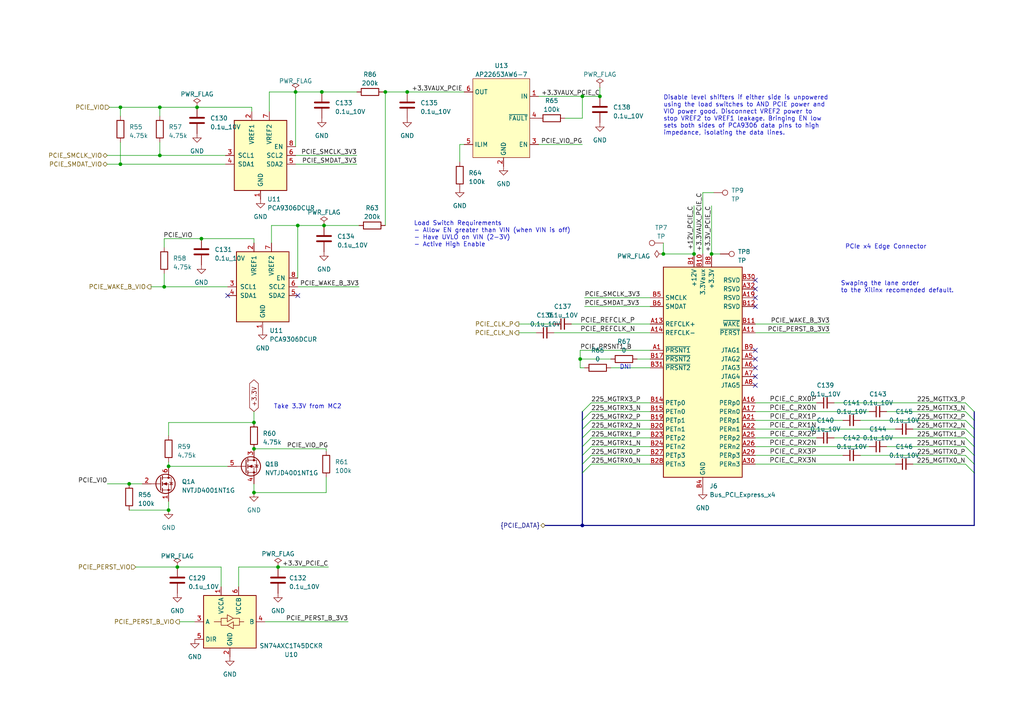
<source format=kicad_sch>
(kicad_sch (version 20230121) (generator eeschema)
  (paper "A4")
  (bus_alias "PCIE_DATA" (members "225_MGTTX0_P" "225_MGTTX0_N" "225_MGTTX1_P" "225_MGTTX1_N" "225_MGTTX2_P" "225_MGTTX2_N" "225_MGTTX3_P" "225_MGTTX3_N" "225_MGTRX0_P" "225_MGTRX0_N" "225_MGTRX1_P" "225_MGTRX1_N" "225_MGTRX2_P" "225_MGTRX2_N" "225_MGTRX3_P" "225_MGTRX3_N"))
  (junction (at 93.98 65.405))
  (junction (at 192.405 73.66))
  (junction (at 34.925 31.115))
  (junction (at 48.895 147.955))
  (junction (at 173.99 27.94))
  (junction (at 118.11 26.67))
  (junction (at 48.895 135.255))
  (junction (at 46.355 45.085))
  (junction (at 73.66 130.175))
  (junction (at 168.275 104.14))
  (junction (at 58.42 69.215))
  (junction (at 51.435 164.465))
  (junction (at 93.345 26.67))
  (junction (at 37.465 140.335))
  (junction (at 206.375 73.66))
  (junction (at 168.91 27.94))
  (junction (at 47.625 83.185))
  (junction (at 85.725 26.67))
  (junction (at 86.36 65.405))
  (junction (at 201.295 73.66))
  (junction (at 111.76 26.67))
  (junction (at 34.925 47.625))
  (junction (at 73.66 122.555))
  (junction (at 73.66 142.875))
  (junction (at 80.645 164.465))
  (junction (at 46.355 31.115))
  (junction (at 57.15 31.115))
  (junction (at 168.91 152.4))
  (no_connect (at 219.075 106.68))
  (no_connect (at 86.36 85.725))
  (no_connect (at 219.075 109.22))
  (no_connect (at 66.04 85.725))
  (no_connect (at 219.075 104.14))
  (no_connect (at 219.075 111.76))
  (no_connect (at 219.075 88.9))
  (no_connect (at 219.075 81.28))
  (no_connect (at 219.075 86.36))
  (no_connect (at 219.075 83.82))
  (no_connect (at 219.075 101.6))
  (bus_entry (at 280.035 129.54) (size 2.54 2.54))
  (bus_entry (at 280.035 124.46) (size 2.54 2.54))
  (bus_entry (at 168.91 132.08) (size 2.54 -2.54))
  (bus_entry (at 168.91 124.46) (size 2.54 -2.54))
  (bus_entry (at 280.035 127) (size 2.54 2.54))
  (bus_entry (at 280.035 116.84) (size 2.54 2.54))
  (bus_entry (at 280.035 121.92) (size 2.54 2.54))
  (bus_entry (at 280.035 132.08) (size 2.54 2.54))
  (bus_entry (at 280.035 119.38) (size 2.54 2.54))
  (bus_entry (at 168.91 134.62) (size 2.54 -2.54))
  (bus_entry (at 168.91 137.16) (size 2.54 -2.54))
  (bus_entry (at 280.035 134.62) (size 2.54 2.54))
  (bus_entry (at 168.91 121.92) (size 2.54 -2.54))
  (bus_entry (at 168.91 127) (size 2.54 -2.54))
  (bus_entry (at 168.91 129.54) (size 2.54 -2.54))
  (bus_entry (at 168.91 119.38) (size 2.54 -2.54))
  (bus (pts (xy 282.575 134.62) (xy 282.575 137.16)))
  (wire (pts (xy 58.42 69.215) (xy 73.66 69.215)))
  (bus (pts (xy 168.91 121.92) (xy 168.91 124.46)))
  (wire (pts (xy 64.135 164.465) (xy 64.135 170.18)))
  (wire (pts (xy 31.115 140.335) (xy 37.465 140.335)))
  (wire (pts (xy 219.075 96.52) (xy 240.665 96.52)))
  (wire (pts (xy 46.355 31.115) (xy 57.15 31.115)))
  (wire (pts (xy 78.74 65.405) (xy 86.36 65.405)))
  (bus (pts (xy 282.575 129.54) (xy 282.575 132.08)))
  (bus (pts (xy 168.91 132.08) (xy 168.91 134.62)))
  (wire (pts (xy 111.76 26.67) (xy 118.11 26.67)))
  (wire (pts (xy 219.075 129.54) (xy 252.095 129.54)))
  (wire (pts (xy 78.105 26.67) (xy 85.725 26.67)))
  (wire (pts (xy 95.25 164.465) (xy 80.645 164.465)))
  (wire (pts (xy 78.74 70.485) (xy 78.74 65.405)))
  (wire (pts (xy 160.655 96.52) (xy 188.595 96.52)))
  (wire (pts (xy 219.075 93.98) (xy 240.665 93.98)))
  (wire (pts (xy 171.45 119.38) (xy 188.595 119.38)))
  (wire (pts (xy 168.275 106.68) (xy 168.275 104.14)))
  (wire (pts (xy 69.215 164.465) (xy 69.215 170.18)))
  (wire (pts (xy 177.165 104.14) (xy 168.275 104.14)))
  (bus (pts (xy 168.91 119.38) (xy 168.91 121.92)))
  (wire (pts (xy 171.45 129.54) (xy 188.595 129.54)))
  (wire (pts (xy 249.555 132.08) (xy 280.035 132.08)))
  (wire (pts (xy 192.405 73.66) (xy 201.295 73.66)))
  (wire (pts (xy 184.785 104.14) (xy 188.595 104.14)))
  (wire (pts (xy 241.935 127) (xy 280.035 127)))
  (wire (pts (xy 219.075 124.46) (xy 259.715 124.46)))
  (wire (pts (xy 192.405 70.485) (xy 192.405 73.66)))
  (bus (pts (xy 168.91 124.46) (xy 168.91 127)))
  (bus (pts (xy 168.91 137.16) (xy 168.91 152.4)))
  (wire (pts (xy 73.025 31.115) (xy 73.025 32.385)))
  (wire (pts (xy 51.435 164.465) (xy 64.135 164.465)))
  (wire (pts (xy 219.075 119.38) (xy 252.095 119.38)))
  (wire (pts (xy 37.465 147.955) (xy 48.895 147.955)))
  (bus (pts (xy 168.91 127) (xy 168.91 129.54)))
  (wire (pts (xy 86.36 83.185) (xy 104.14 83.185)))
  (wire (pts (xy 133.35 46.99) (xy 133.35 41.91)))
  (wire (pts (xy 219.075 121.92) (xy 244.475 121.92)))
  (wire (pts (xy 206.375 73.66) (xy 208.915 73.66)))
  (wire (pts (xy 43.815 83.185) (xy 47.625 83.185)))
  (wire (pts (xy 31.115 47.625) (xy 34.925 47.625)))
  (wire (pts (xy 47.625 79.375) (xy 47.625 83.185)))
  (wire (pts (xy 47.625 69.215) (xy 58.42 69.215)))
  (wire (pts (xy 73.66 130.175) (xy 94.615 130.175)))
  (wire (pts (xy 94.615 142.875) (xy 73.66 142.875)))
  (bus (pts (xy 158.115 152.4) (xy 168.91 152.4)))
  (bus (pts (xy 168.91 134.62) (xy 168.91 137.16)))
  (wire (pts (xy 48.895 122.555) (xy 73.66 122.555)))
  (wire (pts (xy 34.925 41.275) (xy 34.925 47.625)))
  (wire (pts (xy 169.545 106.68) (xy 168.275 106.68)))
  (wire (pts (xy 85.725 26.67) (xy 85.725 42.545)))
  (wire (pts (xy 48.895 145.415) (xy 48.895 147.955)))
  (wire (pts (xy 34.925 33.655) (xy 34.925 31.115)))
  (wire (pts (xy 94.615 130.175) (xy 94.615 130.81)))
  (bus (pts (xy 282.575 121.92) (xy 282.575 124.46)))
  (wire (pts (xy 203.835 55.88) (xy 203.835 73.66)))
  (wire (pts (xy 241.935 116.84) (xy 280.035 116.84)))
  (wire (pts (xy 52.07 180.34) (xy 56.515 180.34)))
  (wire (pts (xy 46.355 45.085) (xy 65.405 45.085)))
  (wire (pts (xy 171.45 124.46) (xy 188.595 124.46)))
  (wire (pts (xy 94.615 138.43) (xy 94.615 142.875)))
  (wire (pts (xy 86.36 65.405) (xy 86.36 80.645)))
  (wire (pts (xy 86.36 65.405) (xy 93.98 65.405)))
  (wire (pts (xy 31.75 31.115) (xy 34.925 31.115)))
  (wire (pts (xy 168.275 104.14) (xy 168.275 101.6)))
  (wire (pts (xy 169.545 88.9) (xy 188.595 88.9)))
  (wire (pts (xy 93.98 65.405) (xy 104.14 65.405)))
  (wire (pts (xy 257.175 129.54) (xy 280.035 129.54)))
  (wire (pts (xy 171.45 134.62) (xy 188.595 134.62)))
  (wire (pts (xy 171.45 132.08) (xy 188.595 132.08)))
  (wire (pts (xy 168.91 27.94) (xy 173.99 27.94)))
  (wire (pts (xy 111.76 26.67) (xy 111.76 65.405)))
  (wire (pts (xy 85.725 47.625) (xy 103.505 47.625)))
  (wire (pts (xy 257.175 119.38) (xy 280.035 119.38)))
  (wire (pts (xy 47.625 69.215) (xy 47.625 71.755)))
  (wire (pts (xy 171.45 116.84) (xy 188.595 116.84)))
  (wire (pts (xy 168.91 34.29) (xy 168.91 27.94)))
  (wire (pts (xy 73.66 140.335) (xy 73.66 142.875)))
  (wire (pts (xy 201.295 59.69) (xy 201.295 73.66)))
  (wire (pts (xy 48.895 133.985) (xy 48.895 135.255)))
  (wire (pts (xy 264.795 124.46) (xy 280.035 124.46)))
  (wire (pts (xy 249.555 121.92) (xy 280.035 121.92)))
  (wire (pts (xy 73.66 119.38) (xy 73.66 122.555)))
  (wire (pts (xy 177.165 106.68) (xy 188.595 106.68)))
  (wire (pts (xy 34.925 47.625) (xy 65.405 47.625)))
  (wire (pts (xy 163.83 34.29) (xy 168.91 34.29)))
  (wire (pts (xy 203.835 55.88) (xy 207.01 55.88)))
  (wire (pts (xy 80.645 164.465) (xy 69.215 164.465)))
  (wire (pts (xy 156.21 41.91) (xy 168.91 41.91)))
  (wire (pts (xy 219.075 132.08) (xy 244.475 132.08)))
  (wire (pts (xy 171.45 121.92) (xy 188.595 121.92)))
  (wire (pts (xy 85.725 26.67) (xy 93.345 26.67)))
  (wire (pts (xy 37.465 140.335) (xy 41.275 140.335)))
  (wire (pts (xy 219.075 134.62) (xy 259.715 134.62)))
  (bus (pts (xy 282.575 124.46) (xy 282.575 127)))
  (wire (pts (xy 171.45 127) (xy 188.595 127)))
  (wire (pts (xy 46.355 31.115) (xy 46.355 33.655)))
  (wire (pts (xy 219.075 127) (xy 236.855 127)))
  (wire (pts (xy 150.495 93.98) (xy 160.655 93.98)))
  (wire (pts (xy 264.795 134.62) (xy 280.035 134.62)))
  (bus (pts (xy 282.575 132.08) (xy 282.575 134.62)))
  (bus (pts (xy 282.575 119.38) (xy 282.575 121.92)))
  (wire (pts (xy 133.35 41.91) (xy 134.62 41.91)))
  (wire (pts (xy 150.495 96.52) (xy 155.575 96.52)))
  (wire (pts (xy 93.345 26.67) (xy 103.505 26.67)))
  (wire (pts (xy 48.895 135.255) (xy 66.04 135.255)))
  (wire (pts (xy 173.99 25.4) (xy 173.99 27.94)))
  (wire (pts (xy 34.925 31.115) (xy 46.355 31.115)))
  (wire (pts (xy 48.895 126.365) (xy 48.895 122.555)))
  (wire (pts (xy 111.125 26.67) (xy 111.76 26.67)))
  (wire (pts (xy 39.37 164.465) (xy 51.435 164.465)))
  (bus (pts (xy 282.575 137.16) (xy 282.575 152.4)))
  (bus (pts (xy 168.91 152.4) (xy 282.575 152.4)))
  (wire (pts (xy 76.835 180.34) (xy 100.965 180.34)))
  (wire (pts (xy 78.105 32.385) (xy 78.105 26.67)))
  (wire (pts (xy 168.275 101.6) (xy 188.595 101.6)))
  (wire (pts (xy 73.66 69.215) (xy 73.66 70.485)))
  (wire (pts (xy 206.375 59.69) (xy 206.375 73.66)))
  (wire (pts (xy 118.11 26.67) (xy 134.62 26.67)))
  (wire (pts (xy 46.355 41.275) (xy 46.355 45.085)))
  (bus (pts (xy 168.91 129.54) (xy 168.91 132.08)))
  (wire (pts (xy 31.115 45.085) (xy 46.355 45.085)))
  (wire (pts (xy 47.625 83.185) (xy 66.04 83.185)))
  (wire (pts (xy 156.21 27.94) (xy 168.91 27.94)))
  (bus (pts (xy 282.575 127) (xy 282.575 129.54)))
  (wire (pts (xy 165.735 93.98) (xy 188.595 93.98)))
  (wire (pts (xy 219.075 116.84) (xy 236.855 116.84)))
  (wire (pts (xy 85.725 45.085) (xy 103.505 45.085)))
  (wire (pts (xy 57.15 31.115) (xy 73.025 31.115)))
  (wire (pts (xy 169.545 86.36) (xy 188.595 86.36)))
  (text "Swaping the lane order \nto the Xilinx recomended default." (at 243.84 85.09 0) (effects (font (size 1.27 1.27)) (justify left bottom)))
  (text "Disable level shifters if either side is unpowered\nusing the load switches to AND PCIE power and\nVIO power good. Disconnect VREF2 power to\nstop VREF2 to VREF1 leakage. Bringing EN low\nsets both sides of PCA9306 data pins to high\nimpedance, isolating the data lines." (at 192.405 39.37 0) (effects (font (size 1.27 1.27)) (justify left bottom)))
  (text "DNI" (at 179.705 107.315 0) (effects (font (size 1.27 1.27)) (justify left bottom)))
  (text "Load Switch Requirements\n- Allow EN greater than VIN (when VIN is off)\n- Have UVLO on VIN (2-3V)\n- Active High Enable" (at 120.015 71.755 0) (effects (font (size 1.27 1.27)) (justify left bottom)))
  (text "Take 3.3V from MC2" (at 79.375 118.745 0) (effects (font (size 1.27 1.27)) (justify left bottom)))
  (text "PCIe x4 Edge Connector" (at 245.11 72.39 0) (effects (font (size 1.27 1.27)) (justify left bottom)))
  (label "+3.3VAUX_PCIE" (at 119.38 26.67 0))
  (label "PCIE_SMCLK_3V3" (at 103.505 45.085 180))
  (label "225_MGTTX1_N" (at 280.035 129.54 180))
  (label "PCIE_C_RX0P" (at 236.855 116.84 180) (effects (font (size 1.3716 1.3716))))
  (label "PCIE_C_RX1N" (at 236.855 124.46 180) (effects (font (size 1.3716 1.3716))))
  (label "PCIE_PRSNT1_B" (at 168.275 101.6 0))
  (label "225_MGTRX0_P" (at 171.45 132.08 0))
  (label "225_MGTTX0_N" (at 280.035 134.62 180))
  (label "PCIE_WAKE_B_3V3" (at 240.665 93.98 180))
  (label "225_MGTRX2_P" (at 171.45 121.92 0))
  (label "PCIE_VIO_PG" (at 83.185 130.175 0))
  (label "+3.3VAUX_PCIE_C" (at 203.835 55.88 270))
  (label "PCIE_VIO_PG" (at 168.91 41.91 180))
  (label "PCIE_C_RX1P" (at 236.855 121.92 180) (effects (font (size 1.3716 1.3716))))
  (label "PCIE_PERST_B_3V3" (at 240.665 96.52 180))
  (label "PCIE_REFCLK_P" (at 168.275 93.98 0) (effects (font (size 1.3716 1.3716))))
  (label "+12V_PCIE_C" (at 201.295 59.69 270))
  (label "225_MGTRX3_N" (at 171.45 119.38 0))
  (label "PCIE_REFCLK_N" (at 168.275 96.52 0) (effects (font (size 1.3716 1.3716))))
  (label "+3.3VAUX_PCIE_C" (at 173.99 27.94 180))
  (label "PCIE_C_RX2P" (at 236.855 127 180) (effects (font (size 1.3716 1.3716))))
  (label "225_MGTTX3_N" (at 280.035 119.38 180))
  (label "225_MGTTX2_P" (at 280.035 121.92 180))
  (label "PCIE_SMDAT_3V3" (at 169.545 88.9 0))
  (label "225_MGTRX1_P" (at 171.45 127 0))
  (label "+3.3V_PCIE_C" (at 95.25 164.465 180))
  (label "PCIE_C_RX3N" (at 236.855 134.62 180) (effects (font (size 1.3716 1.3716))))
  (label "PCIE_C_RX0N" (at 236.855 119.38 180) (effects (font (size 1.3716 1.3716))))
  (label "225_MGTRX0_N" (at 171.45 134.62 0))
  (label "225_MGTRX2_N" (at 171.45 124.46 0))
  (label "PCIE_WAKE_B_3V3" (at 104.14 83.185 180))
  (label "PCIE_C_RX3P" (at 236.855 132.08 180) (effects (font (size 1.3716 1.3716))))
  (label "225_MGTTX2_N" (at 280.035 124.46 180))
  (label "PCIE_VIO" (at 55.88 69.215 180))
  (label "225_MGTTX3_P" (at 280.035 116.84 180))
  (label "225_MGTTX1_P" (at 280.035 127 180))
  (label "PCIE_PERST_B_3V3" (at 100.965 180.34 180))
  (label "225_MGTRX3_P" (at 171.45 116.84 0))
  (label "225_MGTRX1_N" (at 171.45 129.54 0))
  (label "225_MGTTX0_P" (at 280.035 132.08 180))
  (label "+3.3V_PCIE_C" (at 206.375 59.69 270))
  (label "PCIE_C_RX2N" (at 236.855 129.54 180) (effects (font (size 1.3716 1.3716))))
  (label "PCIE_VIO" (at 31.115 140.335 180))
  (label "PCIE_SMCLK_3V3" (at 169.545 86.36 0))
  (label "PCIE_SMDAT_3V3" (at 103.505 47.625 180))
  (global_label "+3.3V" (shape bidirectional) (at 73.66 119.38 90) (property "Intersheetrefs" "${INTERSHEET_REFS}" (effects hide)))
  (hierarchical_label "PCIE_CLK_N" (shape output) (at 150.495 96.52 180))
  (hierarchical_label "PCIE_SMCLK_VIO" (shape bidirectional) (at 31.115 45.085 180))
  (hierarchical_label "PCIE_CLK_P" (shape output) (at 150.495 93.98 180))
  (hierarchical_label "{PCIE_DATA}" (shape bidirectional) (at 158.115 152.4 180))
  (hierarchical_label "PCIE_PERST_VIO" (shape input) (at 39.37 164.465 180))
  (hierarchical_label "PCIE_PERST_B_VIO" (shape output) (at 52.07 180.34 180))
  (hierarchical_label "PCIE_WAKE_B_VIO" (shape output) (at 43.815 83.185 180))
  (hierarchical_label "PCIE_VIO" (shape input) (at 31.75 31.115 180))
  (hierarchical_label "PCIE_SMDAT_VIO" (shape bidirectional) (at 31.115 47.625 180))
  (symbol (lib_id "Device:C") (at 80.645 168.275 0) (unit 1)
    (property "Reference" "C132" (at 83.82 167.64 0) (effects (justify left)))
    (property "Value" "0.1u_10V" (at 83.82 170.18 0) (effects (justify left)))
    (property "Footprint" "Capacitor_SMD:C_0402_1005Metric" (effects hide))
    (property "Datasheet" "https://www.mouser.fr/ProductDetail/KEMET/C0402C104K8RAC7411?qs=jI8Gez59nxLW91z1FcDfhw%3D%3D" (effects hide))
    (property "Description" "    Multilayer Ceramic Capacitors MLCC - SMD/SMT 10V 0.1uF X7R 0402 10% " (effects hide))
    (property "Man" "Kemet" (effects hide))
    (property "Part" " C0402C104K8RAC7411 " (effects hide))
    (property "Unitprice" "0.094" (effects hide))
    (property "Dis" " Mouser" (effects hide))
    (instances (project "DACs_Eval" (path "" (reference "C132") (unit 1))) (project "Bread" (path "" (reference "C18") (unit 1))) (project "Bread70" (path "" (reference "C3") (unit 1))))
  )
  (symbol (lib_id "Device:C_Small") (at 254.635 119.38 90) (unit 1)
    (property "Reference" "C143" (at 254.6413 114.3 90))
    (property "Value" "0.1u_10V" (at 254.6413 116.84 90))
    (property "Footprint" "Capacitor_SMD:C_0402_1005Metric" (effects hide))
    (property "Datasheet" "https://www.mouser.fr/ProductDetail/KEMET/C0402C104K8RAC7411?qs=jI8Gez59nxLW91z1FcDfhw%3D%3D" (effects hide))
    (property "Part" " C0402C104K8RAC7411 " (effects hide))
    (property "Description" "    Multilayer Ceramic Capacitors MLCC - SMD/SMT 10V 0.1uF X7R 0402 10% " (effects hide))
    (property "Man" "Kemet" (effects hide))
    (property "Unitprice" "0.094" (effects hide))
    (property "Dis" " Mouser" (effects hide))
    (instances (project "DACs_Eval" (path "" (reference "C143") (unit 1))) (project "Bread" (path "" (reference "C182") (unit 1))) (project "Bread70" (path "" (reference "C16") (unit 1))))
  )
  (symbol (lib_id "Device:C_Small") (at 158.115 96.52 90) (unit 1)
    (property "Reference" "C136" (at 158.1213 91.44 90))
    (property "Value" "0.1u_10V" (at 158.1213 93.98 90))
    (property "Footprint" "Capacitor_SMD:C_0402_1005Metric" (effects hide))
    (property "Datasheet" "https://www.mouser.fr/ProductDetail/KEMET/C0402C104K8RAC7411?qs=jI8Gez59nxLW91z1FcDfhw%3D%3D" (effects hide))
    (property "Part" " C0402C104K8RAC7411 " (effects hide))
    (property "Description" "    Multilayer Ceramic Capacitors MLCC - SMD/SMT 10V 0.1uF X7R 0402 10% " (effects hide))
    (property "Man" "Kemet" (effects hide))
    (property "Unitprice" "0.094" (effects hide))
    (property "Dis" " Mouser" (effects hide))
    (instances (project "DACs_Eval" (path "" (reference "C136") (unit 1))) (project "Bread" (path "" (reference "C175") (unit 1))) (project "Bread70" (path "" (reference "C10") (unit 1))))
  )
  (symbol (lib_id "power:GND") (at 51.435 172.085 0) (unit 1)
    (property "Reference" "#PWR078" (effects hide))
    (property "Value" "GND" (at 51.435 177.165 0))
    (instances (project "DACs_Eval" (path "" (reference "#PWR078") (unit 1))) (project "Bread" (path "" (reference "#PWR03") (unit 1))) (project "Bread70" (path "" (reference "#PWR010") (unit 1))))
  )
  (symbol (lib_id "power:GND") (at 133.35 54.61 0) (unit 1)
    (property "Reference" "#PWR090" (effects hide))
    (property "Value" "GND" (at 133.35 59.69 0))
    (instances (project "DACs_Eval" (path "" (reference "#PWR090") (unit 1))) (project "Bread" (path "" (reference "#PWR034") (unit 1))) (project "Bread70" (path "" (reference "#PWR022") (unit 1))))
  )
  (symbol (lib_id "power:GND") (at 76.2 95.885 0) (unit 1)
    (property "Reference" "#PWR084" (effects hide))
    (property "Value" "GND" (at 76.2 100.965 0))
    (instances (project "DACs_Eval" (path "" (reference "#PWR084") (unit 1))) (project "Bread" (path "" (reference "#PWR010") (unit 1))) (project "Bread70" (path "" (reference "#PWR018") (unit 1))))
  )
  (symbol (lib_id "Device:C_Small") (at 254.635 129.54 90) (unit 1)
    (property "Reference" "C144" (at 254.6413 124.46 90))
    (property "Value" "0.1u_10V" (at 254.6413 127 90))
    (property "Footprint" "Capacitor_SMD:C_0402_1005Metric" (effects hide))
    (property "Datasheet" "https://www.mouser.fr/ProductDetail/KEMET/C0402C104K8RAC7411?qs=jI8Gez59nxLW91z1FcDfhw%3D%3D" (effects hide))
    (property "Part" " C0402C104K8RAC7411 " (effects hide))
    (property "Description" "    Multilayer Ceramic Capacitors MLCC - SMD/SMT 10V 0.1uF X7R 0402 10% " (effects hide))
    (property "Man" "Kemet" (effects hide))
    (property "Unitprice" "0.094" (effects hide))
    (property "Dis" " Mouser" (effects hide))
    (instances (project "DACs_Eval" (path "" (reference "C144") (unit 1))) (project "Bread" (path "" (reference "C183") (unit 1))) (project "Bread70" (path "" (reference "C17") (unit 1))))
  )
  (symbol (lib_id "power:GND") (at 80.645 172.085 0) (unit 1)
    (property "Reference" "#PWR086" (effects hide))
    (property "Value" "GND" (at 80.645 177.165 0))
    (instances (project "DACs_Eval" (path "" (reference "#PWR086") (unit 1))) (project "Bread" (path "" (reference "#PWR012") (unit 1))) (project "Bread70" (path "" (reference "#PWR014") (unit 1))))
  )
  (symbol (lib_id "Device:R") (at 94.615 134.62 0) (unit 1)
    (property "Reference" "R61" (at 97.155 133.985 0) (effects (justify left)))
    (property "Value" "100k" (at 97.155 136.525 0) (effects (justify left)))
    (property "Footprint" "Resistor_SMD:R_0402_1005Metric" (effects hide))
    (property "Datasheet" " https://www.mouser.fr/ProductDetail/Vishay-Dale/CRCW0402100KFKED?qs=OlqPY1CiralZGKRwQ4Glcg%3D%3D" (effects hide))
    (property "Description" "  Thick Film Resistors - SMD 1/16watt 100Kohms 1%" (effects hide))
    (property "Man" "  Vishay / Dale " (effects hide))
    (property "Part" " CRCW0402100KFKED " (effects hide))
    (property "Unitprice" " 0.094" (effects hide))
    (property "Dis" "Mouser" (effects hide))
    (instances (project "DACs_Eval" (path "" (reference "R61") (unit 1))) (project "Bread" (path "" (reference "R55") (unit 1))) (project "Bread70" (path "" (reference "R8") (unit 1))))
  )
  (symbol (lib_id "Device:C_Small") (at 247.015 121.92 90) (unit 1)
    (property "Reference" "C141" (at 247.0213 116.84 90))
    (property "Value" "0.1u_10V" (at 247.0213 119.38 90))
    (property "Footprint" "Capacitor_SMD:C_0402_1005Metric" (effects hide))
    (property "Datasheet" "https://www.mouser.fr/ProductDetail/KEMET/C0402C104K8RAC7411?qs=jI8Gez59nxLW91z1FcDfhw%3D%3D" (effects hide))
    (property "Part" " C0402C104K8RAC7411 " (effects hide))
    (property "Description" "    Multilayer Ceramic Capacitors MLCC - SMD/SMT 10V 0.1uF X7R 0402 10% " (effects hide))
    (property "Man" "Kemet" (effects hide))
    (property "Unitprice" "0.094" (effects hide))
    (property "Dis" " Mouser" (effects hide))
    (instances (project "DACs_Eval" (path "" (reference "C141") (unit 1))) (project "Bread" (path "" (reference "C180") (unit 1))) (project "Bread70" (path "" (reference "C14") (unit 1))))
  )
  (symbol (lib_id "power:GND") (at 173.99 35.56 0) (unit 1)
    (property "Reference" "#PWR092" (effects hide))
    (property "Value" "GND" (at 173.99 40.64 0))
    (instances (project "DACs_Eval" (path "" (reference "#PWR092") (unit 1))) (project "Bread" (path "" (reference "#PWR036") (unit 1))) (project "Bread70" (path "" (reference "#PWR024") (unit 1))))
  )
  (symbol (lib_id "power:PWR_FLAG") (at 173.99 25.4 0) (unit 1)
    (property "Reference" "#FLG021" (effects hide))
    (property "Value" "PWR_FLAG" (at 173.99 21.59 0))
    (instances (project "DACs_Eval" (path "" (reference "#FLG021") (unit 1))) (project "Bread" (path "" (reference "#FLG06") (unit 1))) (project "Bread70" (path "" (reference "#FLG07") (unit 1))))
  )
  (symbol (lib_id "power:PWR_FLAG") (at 192.405 73.66 90) (unit 1)
    (property "Reference" "#FLG018" (effects hide))
    (property "Value" "PWR_FLAG" (at 188.595 74.295 90) (effects (justify left)))
    (instances (project "DACs_Eval" (path "" (reference "#FLG018") (unit 1))) (project "Bread" (path "" (reference "#FLG07") (unit 1))) (project "Bread70" (path "" (reference "#FLG08") (unit 1))))
  )
  (symbol (lib_id "Device:R") (at 160.02 34.29 90) (unit 1)
    (property "Reference" "R65" (at 160.02 29.21 90))
    (property "Value" "100k" (at 160.02 31.75 90))
    (property "Footprint" "Resistor_SMD:R_0402_1005Metric" (effects hide))
    (property "Datasheet" " https://www.mouser.fr/ProductDetail/Vishay-Dale/CRCW0402100KFKED?qs=OlqPY1CiralZGKRwQ4Glcg%3D%3D" (effects hide))
    (property "Description" "  Thick Film Resistors - SMD 1/16watt 100Kohms 1%" (effects hide))
    (property "Man" "  Vishay / Dale " (effects hide))
    (property "Part" " CRCW0402100KFKED " (effects hide))
    (property "Unitprice" " 0.094" (effects hide))
    (property "Dis" "Mouser" (effects hide))
    (instances (project "DACs_Eval" (path "" (reference "R65") (unit 1))) (project "Bread" (path "" (reference "R59") (unit 1))) (project "Bread70" (path "" (reference "R15") (unit 1))))
  )
  (symbol (lib_id "power:PWR_FLAG") (at 85.725 26.67 0) (unit 1)
    (property "Reference" "#FLG020" (effects hide))
    (property "Value" "PWR_FLAG" (at 85.725 23.495 0))
    (instances (project "DACs_Eval" (path "" (reference "#FLG020") (unit 1))) (project "Bread" (path "" (reference "#FLG04") (unit 1))) (project "Bread70" (path "" (reference "#FLG05") (unit 1))))
  )
  (symbol (lib_id "Interface:PCA9306") (at 75.565 45.085 0) (unit 1)
    (property "Reference" "U11" (at 77.5209 57.785 0) (effects (justify left)))
    (property "Value" "PCA9306DCUR" (at 77.5209 60.325 0) (effects (justify left)))
    (property "Footprint" "Package_SO:VSSOP-8_2.4x2.1mm_P0.5mm" (effects hide))
    (property "Datasheet" "http://www.ti.com/lit/ds/symlink/pca9306.pdf" (effects hide))
    (property "Part" "PCA9306DCUR" (effects hide))
    (property "Dis" "Digikey" (effects hide))
    (property "Description" " Voltage Level Translator Bidirectional 1 Circuit 2 Channel 8-VSSOP" (effects hide))
    (property "Unitprice" "0.8" (effects hide))
    (property "Man" "TI" (effects hide))
    (instances (project "DACs_Eval" (path "" (reference "U11") (unit 1))) (project "Bread" (path "" (reference "U4") (unit 1))) (project "Bread70" (path "" (reference "U2") (unit 1))))
  )
  (symbol (lib_id "Device:C") (at 173.99 31.75 0) (unit 1)
    (property "Reference" "C138" (at 177.8 31.115 0) (effects (justify left)))
    (property "Value" "0.1u_10V" (at 177.8 33.655 0) (effects (justify left)))
    (property "Footprint" "Capacitor_SMD:C_0402_1005Metric" (effects hide))
    (property "Datasheet" "https://www.mouser.fr/ProductDetail/KEMET/C0402C104K8RAC7411?qs=jI8Gez59nxLW91z1FcDfhw%3D%3D" (effects hide))
    (property "Description" "    Multilayer Ceramic Capacitors MLCC - SMD/SMT 10V 0.1uF X7R 0402 10% " (effects hide))
    (property "Man" "Kemet" (effects hide))
    (property "Part" " C0402C104K8RAC7411 " (effects hide))
    (property "Unitprice" "0.094" (effects hide))
    (property "Dis" " Mouser" (effects hide))
    (instances (project "DACs_Eval" (path "" (reference "C138") (unit 1))) (project "Bread" (path "" (reference "C177") (unit 1))) (project "Bread70" (path "" (reference "C9") (unit 1))))
  )
  (symbol (lib_id "power:GND") (at 93.98 73.025 0) (unit 1)
    (property "Reference" "#PWR088" (effects hide))
    (property "Value" "GND" (at 93.98 78.105 0))
    (instances (project "DACs_Eval" (path "" (reference "#PWR088") (unit 1))) (project "Bread" (path "" (reference "#PWR032") (unit 1))) (project "Bread70" (path "" (reference "#PWR020") (unit 1))))
  )
  (symbol (lib_id "Veriqloud:AP22653AW6-7") (at 146.05 34.29 0) (unit 1)
    (property "Reference" "U13" (at 145.415 19.05 0))
    (property "Value" "AP22653AW6-7" (at 145.415 21.59 0))
    (property "Footprint" "Package_TO_SOT_SMD:SOT-23-6" (effects hide))
    (property "Datasheet" "https://www.diodes.com/assets/Datasheets/AP22652_53_52A_53A.pdf" (effects hide))
    (property "Dis" "Digikey" (effects hide))
    (property "Part" "AP22653AW6-7" (effects hide))
    (property "Description" " Power Switch/Driver 1:1 N-Channel 2.1A SOT-26" (effects hide))
    (property "Unitprice" "0.41" (effects hide))
    (property "Man" " Diodes Incorporated" (effects hide))
    (instances (project "DACs_Eval" (path "" (reference "U13") (unit 1))) (project "Bread" (path "" (reference "U9") (unit 1))) (project "Bread70" (path "" (reference "U4") (unit 1))))
  )
  (symbol (lib_id "Connector:Bus_PCI_Express_x4") (at 203.835 109.22 0) (unit 1)
    (property "Reference" "J6" (at 205.7909 140.97 0) (effects (justify left)))
    (property "Value" "Bus_PCI_Express_x4" (at 205.7909 143.51 0) (effects (justify left)))
    (property "Footprint" "Connector_PCBEdge:BUS_PCIexpress_x4" (effects hide))
    (property "Datasheet" "http://www.adt.link/product/R32V4.html" (effects hide))
    (instances (project "DACs_Eval" (path "" (reference "J6") (unit 1))) (project "Bread" (path "" (reference "J1") (unit 1))) (project "Bread70" (path "" (reference "J8") (unit 1))))
  )
  (symbol (lib_id "Device:C") (at 58.42 73.025 0) (unit 1)
    (property "Reference" "C131" (at 62.23 72.39 0) (effects (justify left)))
    (property "Value" "0.1u_10V" (at 62.23 74.93 0) (effects (justify left)))
    (property "Footprint" "Capacitor_SMD:C_0402_1005Metric" (effects hide))
    (property "Datasheet" "https://www.mouser.fr/ProductDetail/KEMET/C0402C104K8RAC7411?qs=jI8Gez59nxLW91z1FcDfhw%3D%3D" (effects hide))
    (property "Description" "    Multilayer Ceramic Capacitors MLCC - SMD/SMT 10V 0.1uF X7R 0402 10% " (effects hide))
    (property "Man" "Kemet" (effects hide))
    (property "Part" " C0402C104K8RAC7411 " (effects hide))
    (property "Unitprice" "0.094" (effects hide))
    (property "Dis" " Mouser" (effects hide))
    (instances (project "DACs_Eval" (path "" (reference "C131") (unit 1))) (project "Bread" (path "" (reference "C16") (unit 1))) (project "Bread70" (path "" (reference "C5") (unit 1))))
  )
  (symbol (lib_id "Connector:TestPoint") (at 192.405 70.485 90) (unit 1)
    (property "Reference" "TP7" (at 191.77 66.04 90))
    (property "Value" "TP" (at 191.77 68.58 90))
    (property "Footprint" "TestPoint:TestPoint_Pad_D1.0mm" (effects hide))
    (instances (project "DACs_Eval" (path "" (reference "TP7") (unit 1))) (project "Bread" (path "" (reference "TP3") (unit 1))) (project "Bread70" (path "" (reference "TP1") (unit 1))))
  )
  (symbol (lib_id "power:GND") (at 73.66 142.875 0) (unit 1)
    (property "Reference" "#PWR085" (effects hide))
    (property "Value" "GND" (at 73.66 147.955 0))
    (instances (project "DACs_Eval" (path "" (reference "#PWR085") (unit 1))) (project "Bread" (path "" (reference "#PWR011") (unit 1))) (project "Bread70" (path "" (reference "#PWR013") (unit 1))))
  )
  (symbol (lib_id "Device:R") (at 47.625 75.565 0) (unit 1)
    (property "Reference" "R58" (at 50.165 74.93 0) (effects (justify left)))
    (property "Value" "4.75k" (at 50.165 77.47 0) (effects (justify left)))
    (property "Footprint" "Resistor_SMD:R_0402_1005Metric" (effects hide))
    (property "Datasheet" "https://www.mouser.fr/ProductDetail/Vishay-Dale/CRCW04024K75FKED?qs=hAuyw6LW%252BLg6XRDNevZTjw%3D%3D" (effects hide))
    (property "Description" "Thick Film Resistors - SMD 1/16watt 4.75Kohms 1%" (effects hide))
    (property "Man" "   Vishay / Dale " (effects hide))
    (property "Part" "CRCW04024K75FKED " (effects hide))
    (property "Unitprice" " 0.094" (effects hide))
    (property "Dis" " Mouser" (effects hide))
    (instances (project "DACs_Eval" (path "" (reference "R58") (unit 1))) (project "Bread" (path "" (reference "R51") (unit 1))) (project "Bread70" (path "" (reference "R11") (unit 1))))
  )
  (symbol (lib_id "Device:C") (at 51.435 168.275 0) (unit 1)
    (property "Reference" "C129" (at 54.61 167.64 0) (effects (justify left)))
    (property "Value" "0.1u_10V" (at 54.61 170.18 0) (effects (justify left)))
    (property "Footprint" "Capacitor_SMD:C_0402_1005Metric" (effects hide))
    (property "Datasheet" "https://www.mouser.fr/ProductDetail/KEMET/C0402C104K8RAC7411?qs=jI8Gez59nxLW91z1FcDfhw%3D%3D" (effects hide))
    (property "Description" "    Multilayer Ceramic Capacitors MLCC - SMD/SMT 10V 0.1uF X7R 0402 10% " (effects hide))
    (property "Man" "Kemet" (effects hide))
    (property "Part" " C0402C104K8RAC7411 " (effects hide))
    (property "Unitprice" "0.094" (effects hide))
    (property "Dis" " Mouser" (effects hide))
    (instances (project "DACs_Eval" (path "" (reference "C129") (unit 1))) (project "Bread" (path "" (reference "C1") (unit 1))) (project "Bread70" (path "" (reference "C2") (unit 1))))
  )
  (symbol (lib_id "power:GND") (at 58.42 76.835 0) (unit 1)
    (property "Reference" "#PWR080" (effects hide))
    (property "Value" "GND" (at 58.42 81.915 0))
    (instances (project "DACs_Eval" (path "" (reference "#PWR080") (unit 1))) (project "Bread" (path "" (reference "#PWR05") (unit 1))) (project "Bread70" (path "" (reference "#PWR016") (unit 1))))
  )
  (symbol (lib_id "Device:C_Small") (at 239.395 116.84 90) (unit 1)
    (property "Reference" "C139" (at 239.4013 111.76 90))
    (property "Value" "0.1u_10V" (at 239.4013 114.3 90))
    (property "Footprint" "Capacitor_SMD:C_0402_1005Metric" (effects hide))
    (property "Datasheet" "https://www.mouser.fr/ProductDetail/KEMET/C0402C104K8RAC7411?qs=jI8Gez59nxLW91z1FcDfhw%3D%3D" (effects hide))
    (property "Part" " C0402C104K8RAC7411 " (effects hide))
    (property "Description" "    Multilayer Ceramic Capacitors MLCC - SMD/SMT 10V 0.1uF X7R 0402 10% " (effects hide))
    (property "Man" "Kemet" (effects hide))
    (property "Unitprice" "0.094" (effects hide))
    (property "Dis" " Mouser" (effects hide))
    (instances (project "DACs_Eval" (path "" (reference "C139") (unit 1))) (project "Bread" (path "" (reference "C178") (unit 1))) (project "Bread70" (path "" (reference "C12") (unit 1))))
  )
  (symbol (lib_id "Device:C") (at 93.98 69.215 0) (unit 1)
    (property "Reference" "C134" (at 97.79 68.58 0) (effects (justify left)))
    (property "Value" "0.1u_10V" (at 97.79 71.12 0) (effects (justify left)))
    (property "Footprint" "Capacitor_SMD:C_0402_1005Metric" (effects hide))
    (property "Datasheet" "https://www.mouser.fr/ProductDetail/KEMET/C0402C104K8RAC7411?qs=jI8Gez59nxLW91z1FcDfhw%3D%3D" (effects hide))
    (property "Description" "    Multilayer Ceramic Capacitors MLCC - SMD/SMT 10V 0.1uF X7R 0402 10% " (effects hide))
    (property "Man" "Kemet" (effects hide))
    (property "Part" " C0402C104K8RAC7411 " (effects hide))
    (property "Unitprice" "0.094" (effects hide))
    (property "Dis" " Mouser" (effects hide))
    (instances (project "DACs_Eval" (path "" (reference "C134") (unit 1))) (project "Bread" (path "" (reference "C173") (unit 1))) (project "Bread70" (path "" (reference "C7") (unit 1))))
  )
  (symbol (lib_id "Device:R") (at 46.355 37.465 0) (unit 1)
    (property "Reference" "R57" (at 48.895 36.83 0) (effects (justify left)))
    (property "Value" "4.75k" (at 48.895 39.37 0) (effects (justify left)))
    (property "Footprint" "Resistor_SMD:R_0402_1005Metric" (effects hide))
    (property "Datasheet" "https://www.mouser.fr/ProductDetail/Vishay-Dale/CRCW04024K75FKED?qs=hAuyw6LW%252BLg6XRDNevZTjw%3D%3D" (effects hide))
    (property "Description" "Thick Film Resistors - SMD 1/16watt 4.75Kohms 1%" (effects hide))
    (property "Man" "   Vishay / Dale " (effects hide))
    (property "Part" "CRCW04024K75FKED " (effects hide))
    (property "Unitprice" " 0.094" (effects hide))
    (property "Dis" " Mouser" (effects hide))
    (instances (project "DACs_Eval" (path "" (reference "R57") (unit 1))) (project "Bread" (path "" (reference "R50") (unit 1))) (project "Bread70" (path "" (reference "R10") (unit 1))))
  )
  (symbol (lib_id "Device:R") (at 37.465 144.145 0) (unit 1)
    (property "Reference" "R56" (at 40.005 143.51 0) (effects (justify left)))
    (property "Value" "100k" (at 40.005 146.05 0) (effects (justify left)))
    (property "Footprint" "Resistor_SMD:R_0402_1005Metric" (effects hide))
    (property "Datasheet" " https://www.mouser.fr/ProductDetail/Vishay-Dale/CRCW0402100KFKED?qs=OlqPY1CiralZGKRwQ4Glcg%3D%3D" (effects hide))
    (property "Description" "  Thick Film Resistors - SMD 1/16watt 100Kohms 1%" (effects hide))
    (property "Man" "  Vishay / Dale " (effects hide))
    (property "Part" " CRCW0402100KFKED " (effects hide))
    (property "Unitprice" " 0.094" (effects hide))
    (property "Dis" "Mouser" (effects hide))
    (instances (project "DACs_Eval" (path "" (reference "R56") (unit 1))) (project "Bread" (path "" (reference "R49") (unit 1))) (project "Bread70" (path "" (reference "R5") (unit 1))))
  )
  (symbol (lib_id "Device:C") (at 57.15 34.925 0) (unit 1)
    (property "Reference" "C130" (at 60.96 34.29 0) (effects (justify left)))
    (property "Value" "0.1u_10V" (at 60.96 36.83 0) (effects (justify left)))
    (property "Footprint" "Capacitor_SMD:C_0402_1005Metric" (effects hide))
    (property "Datasheet" "https://www.mouser.fr/ProductDetail/KEMET/C0402C104K8RAC7411?qs=jI8Gez59nxLW91z1FcDfhw%3D%3D" (effects hide))
    (property "Description" "    Multilayer Ceramic Capacitors MLCC - SMD/SMT 10V 0.1uF X7R 0402 10% " (effects hide))
    (property "Man" "Kemet" (effects hide))
    (property "Part" " C0402C104K8RAC7411 " (effects hide))
    (property "Unitprice" "0.094" (effects hide))
    (property "Dis" " Mouser" (effects hide))
    (instances (project "DACs_Eval" (path "" (reference "C130") (unit 1))) (project "Bread" (path "" (reference "C2") (unit 1))) (project "Bread70" (path "" (reference "C4") (unit 1))))
  )
  (symbol (lib_id "Device:C_Small") (at 247.015 132.08 90) (unit 1)
    (property "Reference" "C142" (at 247.0213 127 90))
    (property "Value" "0.1u_10V" (at 247.0213 129.54 90))
    (property "Footprint" "Capacitor_SMD:C_0402_1005Metric" (effects hide))
    (property "Datasheet" "https://www.mouser.fr/ProductDetail/KEMET/C0402C104K8RAC7411?qs=jI8Gez59nxLW91z1FcDfhw%3D%3D" (effects hide))
    (property "Part" " C0402C104K8RAC7411 " (effects hide))
    (property "Description" "    Multilayer Ceramic Capacitors MLCC - SMD/SMT 10V 0.1uF X7R 0402 10% " (effects hide))
    (property "Man" "Kemet" (effects hide))
    (property "Unitprice" "0.094" (effects hide))
    (property "Dis" " Mouser" (effects hide))
    (instances (project "DACs_Eval" (path "" (reference "C142") (unit 1))) (project "Bread" (path "" (reference "C181") (unit 1))) (project "Bread70" (path "" (reference "C15") (unit 1))))
  )
  (symbol (lib_id "power:GND") (at 57.15 38.735 0) (unit 1)
    (property "Reference" "#PWR079" (effects hide))
    (property "Value" "GND" (at 57.15 43.815 0))
    (instances (project "DACs_Eval" (path "" (reference "#PWR079") (unit 1))) (project "Bread" (path "" (reference "#PWR04") (unit 1))) (project "Bread70" (path "" (reference "#PWR015") (unit 1))))
  )
  (symbol (lib_id "power:PWR_FLAG") (at 93.98 65.405 0) (unit 1)
    (property "Reference" "#FLG024" (effects hide))
    (property "Value" "PWR_FLAG" (at 93.98 61.595 0))
    (instances (project "DACs_Eval" (path "" (reference "#FLG024") (unit 1))) (project "Bread" (path "" (reference "#FLG05") (unit 1))) (project "Bread70" (path "" (reference "#FLG06") (unit 1))))
  )
  (symbol (lib_id "power:GND") (at 146.05 48.26 0) (unit 1)
    (property "Reference" "#PWR091" (effects hide))
    (property "Value" "GND" (at 146.05 53.34 0))
    (instances (project "DACs_Eval" (path "" (reference "#PWR091") (unit 1))) (project "Bread" (path "" (reference "#PWR035") (unit 1))) (project "Bread70" (path "" (reference "#PWR023") (unit 1))))
  )
  (symbol (lib_id "power:GND") (at 56.515 185.42 0) (unit 1)
    (property "Reference" "#PWR081" (effects hide))
    (property "Value" "GND" (at 56.515 190.5 0))
    (instances (project "DACs_Eval" (path "" (reference "#PWR081") (unit 1))) (project "Bread" (path "" (reference "#PWR06") (unit 1))) (project "Bread70" (path "" (reference "#PWR011") (unit 1))))
  )
  (symbol (lib_id "power:GND") (at 203.835 142.24 0) (unit 1)
    (property "Reference" "#PWR093" (effects hide))
    (property "Value" "GND" (at 203.835 147.32 0))
    (instances (project "DACs_Eval" (path "" (reference "#PWR093") (unit 1))) (project "Bread" (path "" (reference "#PWR037") (unit 1))) (project "Bread70" (path "" (reference "#PWR025") (unit 1))))
  )
  (symbol (lib_id "Device:C") (at 93.345 30.48 0) (unit 1)
    (property "Reference" "C133" (at 97.155 29.845 0) (effects (justify left)))
    (property "Value" "0.1u_10V" (at 97.155 32.385 0) (effects (justify left)))
    (property "Footprint" "Capacitor_SMD:C_0402_1005Metric" (effects hide))
    (property "Datasheet" "https://www.mouser.fr/ProductDetail/KEMET/C0402C104K8RAC7411?qs=jI8Gez59nxLW91z1FcDfhw%3D%3D" (effects hide))
    (property "Description" "    Multilayer Ceramic Capacitors MLCC - SMD/SMT 10V 0.1uF X7R 0402 10% " (effects hide))
    (property "Man" "Kemet" (effects hide))
    (property "Part" " C0402C104K8RAC7411 " (effects hide))
    (property "Unitprice" "0.094" (effects hide))
    (property "Dis" " Mouser" (effects hide))
    (instances (project "DACs_Eval" (path "" (reference "C133") (unit 1))) (project "Bread" (path "" (reference "C172") (unit 1))) (project "Bread70" (path "" (reference "C6") (unit 1))))
  )
  (symbol (lib_id "Device:C_Small") (at 163.195 93.98 90) (unit 1)
    (property "Reference" "C137" (at 163.2013 88.9 90))
    (property "Value" "0.1u_10V" (at 163.2013 91.44 90))
    (property "Footprint" "Capacitor_SMD:C_0402_1005Metric" (effects hide))
    (property "Datasheet" "https://www.mouser.fr/ProductDetail/KEMET/C0402C104K8RAC7411?qs=jI8Gez59nxLW91z1FcDfhw%3D%3D" (effects hide))
    (property "Part" " C0402C104K8RAC7411 " (effects hide))
    (property "Description" "    Multilayer Ceramic Capacitors MLCC - SMD/SMT 10V 0.1uF X7R 0402 10% " (effects hide))
    (property "Man" "Kemet" (effects hide))
    (property "Unitprice" "0.094" (effects hide))
    (property "Dis" " Mouser" (effects hide))
    (instances (project "DACs_Eval" (path "" (reference "C137") (unit 1))) (project "Bread" (path "" (reference "C176") (unit 1))) (project "Bread70" (path "" (reference "C11") (unit 1))))
  )
  (symbol (lib_id "Logic_LevelTranslator:SN74LVC1T45DCK") (at 66.675 180.34 0) (unit 1)
    (property "Reference" "U10" (at 84.455 189.865 0))
    (property "Value" "SN74AXC1T45DCKR" (at 84.455 187.325 0))
    (property "Footprint" "Package_TO_SOT_SMD:SOT-363_SC-70-6" (effects hide))
    (property "Datasheet" "https://www.ti.com/lit/ds/symlink/sn74axch1t45.pdf?HQS=dis-dk-null-digikeymode-dsf-pf-null-wwe&ts=1678372888499&ref_url=https%253A%252F%252Fwww.ti.com%252Fgeneral%252Fdocs%252Fsuppproductinfo.tsp%253FdistId%253D10%2526gotoUrl%253Dhttps%253A%252F%252Fwww.ti.com%252Flit%252Fgpn%252Fsn74axch1t45" (effects hide))
    (property "Dis" "Digikey" (effects hide))
    (property "Part" "SN74AXC1T45DCKR" (effects hide))
    (property "Description" "Voltage Level Translator Bidirectional 1 Circuit 1 Channel 500Mbps SC-70-6" (effects hide))
    (property "Unitprice" "0.59" (effects hide))
    (property "Man" "TI" (effects hide))
    (instances (project "DACs_Eval" (path "" (reference "U10") (unit 1))) (project "Bread" (path "" (reference "U1") (unit 1))) (project "Bread70" (path "" (reference "U1") (unit 1))))
  )
  (symbol (lib_id "Connector:TestPoint") (at 207.01 55.88 270) (unit 1)
    (property "Reference" "TP9" (at 212.09 55.245 90) (effects (justify left)))
    (property "Value" "TP" (at 212.09 57.785 90) (effects (justify left)))
    (property "Footprint" "TestPoint:TestPoint_Pad_D1.0mm" (effects hide))
    (instances (project "DACs_Eval" (path "" (reference "TP9") (unit 1))) (project "Bread" (path "" (reference "TP4") (unit 1))) (project "Bread70" (path "" (reference "TP2") (unit 1))))
  )
  (symbol (lib_id "Device:R") (at 34.925 37.465 0) (unit 1)
    (property "Reference" "R55" (at 37.465 36.83 0) (effects (justify left)))
    (property "Value" "4.75k" (at 37.465 39.37 0) (effects (justify left)))
    (property "Footprint" "Resistor_SMD:R_0402_1005Metric" (effects hide))
    (property "Datasheet" "https://www.mouser.fr/ProductDetail/Vishay-Dale/CRCW04024K75FKED?qs=hAuyw6LW%252BLg6XRDNevZTjw%3D%3D" (effects hide))
    (property "Description" "Thick Film Resistors - SMD 1/16watt 4.75Kohms 1%" (effects hide))
    (property "Man" "   Vishay / Dale " (effects hide))
    (property "Part" "CRCW04024K75FKED " (effects hide))
    (property "Unitprice" " 0.094" (effects hide))
    (property "Dis" " Mouser" (effects hide))
    (instances (project "DACs_Eval" (path "" (reference "R55") (unit 1))) (project "Bread" (path "" (reference "R48") (unit 1))) (project "Bread70" (path "" (reference "R9") (unit 1))))
  )
  (symbol (lib_id "Device:C_Small") (at 239.395 127 90) (unit 1)
    (property "Reference" "C140" (at 239.4013 121.92 90))
    (property "Value" "0.1u_10V" (at 239.4013 124.46 90))
    (property "Footprint" "Capacitor_SMD:C_0402_1005Metric" (effects hide))
    (property "Datasheet" "https://www.mouser.fr/ProductDetail/KEMET/C0402C104K8RAC7411?qs=jI8Gez59nxLW91z1FcDfhw%3D%3D" (effects hide))
    (property "Part" " C0402C104K8RAC7411 " (effects hide))
    (property "Description" "    Multilayer Ceramic Capacitors MLCC - SMD/SMT 10V 0.1uF X7R 0402 10% " (effects hide))
    (property "Man" "Kemet" (effects hide))
    (property "Unitprice" "0.094" (effects hide))
    (property "Dis" " Mouser" (effects hide))
    (instances (project "DACs_Eval" (path "" (reference "C140") (unit 1))) (project "Bread" (path "" (reference "C179") (unit 1))) (project "Bread70" (path "" (reference "C13") (unit 1))))
  )
  (symbol (lib_id "Interface:PCA9306") (at 76.2 83.185 0) (unit 1)
    (property "Reference" "U11" (at 78.1559 95.885 0) (effects (justify left)))
    (property "Value" "PCA9306DCUR" (at 78.1559 98.425 0) (effects (justify left)))
    (property "Footprint" "Package_SO:VSSOP-8_2.4x2.1mm_P0.5mm" (effects hide))
    (property "Datasheet" "http://www.ti.com/lit/ds/symlink/pca9306.pdf" (effects hide))
    (property "Part" "PCA9306DCUR" (effects hide))
    (property "Dis" "Digikey" (effects hide))
    (property "Description" " Voltage Level Translator Bidirectional 1 Circuit 2 Channel 8-VSSOP" (effects hide))
    (property "Unitprice" "0.8" (effects hide))
    (property "Man" "TI" (effects hide))
    (instances (project "DACs_Eval" (path "" (reference "U11") (unit 1))) (project "Bread" (path "" (reference "U4") (unit 1))) (project "Bread70" (path "" (reference "U3") (unit 1))))
  )
  (symbol (lib_id "Device:R") (at 107.95 65.405 90) (unit 1)
    (property "Reference" "R63" (at 107.95 60.325 90))
    (property "Value" "200k" (at 107.95 62.865 90))
    (property "Footprint" "Resistor_SMD:R_0402_1005Metric" (effects hide))
    (property "Datasheet" "https://www.mouser.fr/ProductDetail/Vishay-Dale/CRCW0402200KFKEDC?qs=E3Y5ESvWgWMCMks3h5Tv0w%3D%3D" (effects hide))
    (property "Part" " CRCW0402200KFKEDC " (effects hide))
    (property "Description" " Thick Film Resistors - SMD 1/16watt 200Kohms 1% Commercial Use " (effects hide))
    (property "Dis" "Mouser" (effects hide))
    (property "Man" "   Vishay / Dale " (effects hide))
    (property "Unitprice" "0.094" (effects hide))
    (instances (project "DACs_Eval" (path "" (reference "R63") (unit 1))) (project "Bread" (path "" (reference "R57") (unit 1))) (project "Bread70" (path "" (reference "R13") (unit 1))))
  )
  (symbol (lib_id "Device:R") (at 107.315 26.67 90) (unit 1)
    (property "Reference" "R86" (at 107.315 21.59 90))
    (property "Value" "200k" (at 107.315 24.13 90))
    (property "Footprint" "Resistor_SMD:R_0402_1005Metric" (effects hide))
    (property "Datasheet" "https://www.mouser.fr/ProductDetail/Vishay-Dale/CRCW0402200KFKEDC?qs=E3Y5ESvWgWMCMks3h5Tv0w%3D%3D" (effects hide))
    (property "Part" " CRCW0402200KFKEDC " (effects hide))
    (property "Description" " Thick Film Resistors - SMD 1/16watt 200Kohms 1% Commercial Use " (effects hide))
    (property "Dis" "Mouser" (effects hide))
    (property "Man" "   Vishay / Dale " (effects hide))
    (property "Unitprice" "0.094" (effects hide))
    (instances (project "DACs_Eval" (path "" (reference "R86") (unit 1))) (project "Bread" (path "" (reference "R56") (unit 1))) (project "Bread70" (path "" (reference "R12") (unit 1))))
  )
  (symbol (lib_id "Device:R") (at 173.355 106.68 90) (unit 1)
    (property "Reference" "R66" (at 173.355 101.6 90))
    (property "Value" "0" (at 173.355 104.14 90))
    (property "Footprint" "Resistor_SMD:R_0603_1608Metric" (effects hide))
    (property "Datasheet" "https://www.mouser.fr/ProductDetail/YAGEO/AC0603FR-070RL?qs=UoPT7wUmgYIHE8YhvUntLg%3D%3D" (effects hide))
    (property "Description" "Thick Film Resistors - SMD 0 Ohms 100m W 0603% 1% AEC-Q200 Standard Power Version " (effects hide))
    (property "Man" "YAGEO " (effects hide))
    (property "Part" "AC0603FR-070RL" (effects hide))
    (property "Unitprice" "0.094" (effects hide))
    (property "Dis" "Mouser" (effects hide))
    (instances (project "DACs_Eval" (path "" (reference "R66") (unit 1))) (project "Bread" (path "" (reference "R60") (unit 1))) (project "Bread70" (path "" (reference "R16") (unit 1))))
  )
  (symbol (lib_id "Device:Q_Dual_NMOS_S1G1D2S2G2D1") (at 71.12 135.255 0) (unit 2)
    (property "Reference" "Q1" (at 76.835 134.62 0) (effects (justify left)))
    (property "Value" "NVTJD4001NT1G" (at 76.835 137.16 0) (effects (justify left)))
    (property "Footprint" "Package_TO_SOT_SMD:SOT-363_SC-70-6" (effects hide))
    (property "Datasheet" "https://www.mouser.fr/datasheet/2/308/NTJD4001N_D-1813954.pdf" (effects hide))
    (property "Part" "NVTJD4001NT1G" (effects hide))
    (property "Dis" "Mouser" (effects hide))
    (property "Description" " MOSFET NFET 30V 250MA 1.5OH" (effects hide))
    (property "Man" "onsemi" (effects hide))
    (property "Unitprice" "0.47" (effects hide))
  )
  (symbol (lib_id "Device:C_Small") (at 262.255 134.62 90) (unit 1)
    (property "Reference" "C146" (at 262.2613 129.54 90))
    (property "Value" "0.1u_10V" (at 262.2613 132.08 90))
    (property "Footprint" "Capacitor_SMD:C_0402_1005Metric" (effects hide))
    (property "Datasheet" "https://www.mouser.fr/ProductDetail/KEMET/C0402C104K8RAC7411?qs=jI8Gez59nxLW91z1FcDfhw%3D%3D" (effects hide))
    (property "Part" " C0402C104K8RAC7411 " (effects hide))
    (property "Description" "    Multilayer Ceramic Capacitors MLCC - SMD/SMT 10V 0.1uF X7R 0402 10% " (effects hide))
    (property "Man" "Kemet" (effects hide))
    (property "Unitprice" "0.094" (effects hide))
    (property "Dis" " Mouser" (effects hide))
    (instances (project "DACs_Eval" (path "" (reference "C146") (unit 1))) (project "Bread" (path "" (reference "C185") (unit 1))) (project "Bread70" (path "" (reference "C19") (unit 1))))
  )
  (symbol (lib_id "Device:R") (at 73.66 126.365 0) (unit 1)
    (property "Reference" "R60" (at 76.2 125.73 0) (effects (justify left)))
    (property "Value" "4.75k" (at 76.2 128.27 0) (effects (justify left)))
    (property "Footprint" "Resistor_SMD:R_0402_1005Metric" (effects hide))
    (property "Datasheet" "https://www.mouser.fr/ProductDetail/Vishay-Dale/CRCW04024K75FKED?qs=hAuyw6LW%252BLg6XRDNevZTjw%3D%3D" (effects hide))
    (property "Description" "Thick Film Resistors - SMD 1/16watt 4.75Kohms 1%" (effects hide))
    (property "Man" "   Vishay / Dale " (effects hide))
    (property "Part" "CRCW04024K75FKED " (effects hide))
    (property "Unitprice" " 0.094" (effects hide))
    (property "Dis" " Mouser" (effects hide))
    (instances (project "DACs_Eval" (path "" (reference "R60") (unit 1))) (project "Bread" (path "" (reference "R54") (unit 1))) (project "Bread70" (path "" (reference "R7") (unit 1))))
  )
  (symbol (lib_id "Device:Q_Dual_NMOS_S1G1D2S2G2D1") (at 46.355 140.335 0) (unit 1)
    (property "Reference" "Q1" (at 52.705 139.7 0) (effects (justify left)))
    (property "Value" "NVTJD4001NT1G" (at 52.705 142.24 0) (effects (justify left)))
    (property "Footprint" "Package_TO_SOT_SMD:SOT-363_SC-70-6" (effects hide))
    (property "Datasheet" "https://www.mouser.fr/datasheet/2/308/NTJD4001N_D-1813954.pdf" (effects hide))
    (property "Part" "NVTJD4001NT1G" (effects hide))
    (property "Dis" "Mouser" (effects hide))
    (property "Description" " MOSFET NFET 30V 250MA 1.5OH" (effects hide))
    (property "Man" "onsemi" (effects hide))
    (property "Unitprice" "0.47" (effects hide))
  )
  (symbol (lib_id "power:GND") (at 75.565 57.785 0) (unit 1)
    (property "Reference" "#PWR083" (effects hide))
    (property "Value" "GND" (at 75.565 62.865 0))
    (instances (project "DACs_Eval" (path "" (reference "#PWR083") (unit 1))) (project "Bread" (path "" (reference "#PWR09") (unit 1))) (project "Bread70" (path "" (reference "#PWR017") (unit 1))))
  )
  (symbol (lib_id "Device:C") (at 118.11 30.48 0) (unit 1)
    (property "Reference" "C135" (at 121.92 29.845 0) (effects (justify left)))
    (property "Value" "0.1u_10V" (at 121.92 32.385 0) (effects (justify left)))
    (property "Footprint" "Capacitor_SMD:C_0402_1005Metric" (effects hide))
    (property "Datasheet" "https://www.mouser.fr/ProductDetail/KEMET/C0402C104K8RAC7411?qs=jI8Gez59nxLW91z1FcDfhw%3D%3D" (effects hide))
    (property "Description" "    Multilayer Ceramic Capacitors MLCC - SMD/SMT 10V 0.1uF X7R 0402 10% " (effects hide))
    (property "Man" "Kemet" (effects hide))
    (property "Part" " C0402C104K8RAC7411 " (effects hide))
    (property "Unitprice" "0.094" (effects hide))
    (property "Dis" " Mouser" (effects hide))
    (instances (project "DACs_Eval" (path "" (reference "C135") (unit 1))) (project "Bread" (path "" (reference "C174") (unit 1))) (project "Bread70" (path "" (reference "C8") (unit 1))))
  )
  (symbol (lib_id "Device:R") (at 48.895 130.175 0) (unit 1)
    (property "Reference" "R59" (at 51.435 129.54 0) (effects (justify left)))
    (property "Value" "4.75k" (at 51.435 132.08 0) (effects (justify left)))
    (property "Footprint" "Resistor_SMD:R_0402_1005Metric" (effects hide))
    (property "Datasheet" "https://www.mouser.fr/ProductDetail/Vishay-Dale/CRCW04024K75FKED?qs=hAuyw6LW%252BLg6XRDNevZTjw%3D%3D" (effects hide))
    (property "Description" "Thick Film Resistors - SMD 1/16watt 4.75Kohms 1%" (effects hide))
    (property "Man" "   Vishay / Dale " (effects hide))
    (property "Part" "CRCW04024K75FKED " (effects hide))
    (property "Unitprice" " 0.094" (effects hide))
    (property "Dis" " Mouser" (effects hide))
    (instances (project "DACs_Eval" (path "" (reference "R59") (unit 1))) (project "Bread" (path "" (reference "R52") (unit 1))) (project "Bread70" (path "" (reference "R6") (unit 1))))
  )
  (symbol (lib_id "Device:C_Small") (at 262.255 124.46 90) (unit 1)
    (property "Reference" "C145" (at 262.2613 119.38 90))
    (property "Value" "0.1u_10V" (at 262.2613 121.92 90))
    (property "Footprint" "Capacitor_SMD:C_0402_1005Metric" (effects hide))
    (property "Datasheet" "https://www.mouser.fr/ProductDetail/KEMET/C0402C104K8RAC7411?qs=jI8Gez59nxLW91z1FcDfhw%3D%3D" (effects hide))
    (property "Part" " C0402C104K8RAC7411 " (effects hide))
    (property "Description" "    Multilayer Ceramic Capacitors MLCC - SMD/SMT 10V 0.1uF X7R 0402 10% " (effects hide))
    (property "Man" "Kemet" (effects hide))
    (property "Unitprice" "0.094" (effects hide))
    (property "Dis" " Mouser" (effects hide))
    (instances (project "DACs_Eval" (path "" (reference "C145") (unit 1))) (project "Bread" (path "" (reference "C184") (unit 1))) (project "Bread70" (path "" (reference "C18") (unit 1))))
  )
  (symbol (lib_id "Device:R") (at 180.975 104.14 90) (unit 1)
    (property "Reference" "R67" (at 180.975 99.06 90))
    (property "Value" "0" (at 180.975 101.6 90))
    (property "Footprint" "Resistor_SMD:R_0603_1608Metric" (effects hide))
    (property "Datasheet" "https://www.mouser.fr/ProductDetail/YAGEO/AC0603FR-070RL?qs=UoPT7wUmgYIHE8YhvUntLg%3D%3D" (effects hide))
    (property "Description" "Thick Film Resistors - SMD 0 Ohms 100m W 0603% 1% AEC-Q200 Standard Power Version " (effects hide))
    (property "Man" "YAGEO " (effects hide))
    (property "Part" "AC0603FR-070RL" (effects hide))
    (property "Unitprice" "0.094" (effects hide))
    (property "Dis" "Mouser" (effects hide))
    (instances (project "DACs_Eval" (path "" (reference "R67") (unit 1))) (project "Bread" (path "" (reference "R61") (unit 1))) (project "Bread70" (path "" (reference "R17") (unit 1))))
  )
  (symbol (lib_id "Connector:TestPoint") (at 208.915 73.66 270) (unit 1)
    (property "Reference" "TP8" (at 213.995 73.025 90) (effects (justify left)))
    (property "Value" "TP" (at 213.995 75.565 90) (effects (justify left)))
    (property "Footprint" "TestPoint:TestPoint_Pad_D1.0mm" (effects hide))
    (instances (project "DACs_Eval" (path "" (reference "TP8") (unit 1))) (project "Bread" (path "" (reference "TP5") (unit 1))) (project "Bread70" (path "" (reference "TP3") (unit 1))))
  )
  (symbol (lib_id "power:GND") (at 48.895 147.955 0) (unit 1)
    (property "Reference" "#PWR077" (effects hide))
    (property "Value" "GND" (at 48.895 153.035 0))
    (instances (project "DACs_Eval" (path "" (reference "#PWR077") (unit 1))) (project "Bread" (path "" (reference "#PWR01") (unit 1))) (project "Bread70" (path "" (reference "#PWR09") (unit 1))))
  )
  (symbol (lib_id "Device:R") (at 133.35 50.8 0) (unit 1)
    (property "Reference" "R64" (at 135.89 50.165 0) (effects (justify left)))
    (property "Value" "100k" (at 135.89 52.705 0) (effects (justify left)))
    (property "Footprint" "Resistor_SMD:R_0402_1005Metric" (effects hide))
    (property "Datasheet" " https://www.mouser.fr/ProductDetail/Vishay-Dale/CRCW0402100KFKED?qs=OlqPY1CiralZGKRwQ4Glcg%3D%3D" (effects hide))
    (property "Description" "  Thick Film Resistors - SMD 1/16watt 100Kohms 1%" (effects hide))
    (property "Man" "  Vishay / Dale " (effects hide))
    (property "Part" " CRCW0402100KFKED " (effects hide))
    (property "Unitprice" " 0.094" (effects hide))
    (property "Dis" "Mouser" (effects hide))
    (instances (project "DACs_Eval" (path "" (reference "R64") (unit 1))) (project "Bread" (path "" (reference "R58") (unit 1))) (project "Bread70" (path "" (reference "R14") (unit 1))))
  )
  (symbol (lib_id "power:PWR_FLAG") (at 57.15 31.115 0) (unit 1)
    (property "Reference" "#FLG019" (effects hide))
    (property "Value" "PWR_FLAG" (at 57.15 27.305 0))
    (instances (project "DACs_Eval" (path "" (reference "#FLG019") (unit 1))) (project "Bread" (path "" (reference "#FLG02") (unit 1))) (project "Bread70" (path "" (reference "#FLG04") (unit 1))))
  )
  (symbol (lib_id "power:GND") (at 118.11 34.29 0) (unit 1)
    (property "Reference" "#PWR089" (effects hide))
    (property "Value" "GND" (at 118.11 39.37 0))
    (instances (project "DACs_Eval" (path "" (reference "#PWR089") (unit 1))) (project "Bread" (path "" (reference "#PWR033") (unit 1))) (project "Bread70" (path "" (reference "#PWR021") (unit 1))))
  )
  (symbol (lib_id "power:GND") (at 66.675 190.5 0) (unit 1)
    (property "Reference" "#PWR082" (effects hide))
    (property "Value" "GND" (at 66.675 195.58 0))
    (instances (project "DACs_Eval" (path "" (reference "#PWR082") (unit 1))) (project "Bread" (path "" (reference "#PWR07") (unit 1))) (project "Bread70" (path "" (reference "#PWR012") (unit 1))))
  )
  (symbol (lib_id "power:GND") (at 93.345 34.29 0) (unit 1)
    (property "Reference" "#PWR087" (effects hide))
    (property "Value" "GND" (at 93.345 39.37 0))
    (instances (project "DACs_Eval" (path "" (reference "#PWR087") (unit 1))) (project "Bread" (path "" (reference "#PWR024") (unit 1))) (project "Bread70" (path "" (reference "#PWR019") (unit 1))))
  )
  (symbol (lib_id "power:PWR_FLAG") (at 80.645 164.465 0) (unit 1)
    (property "Reference" "#FLG022" (effects hide))
    (property "Value" "PWR_FLAG" (at 80.645 160.655 0))
    (instances (project "DACs_Eval" (path "" (reference "#FLG022") (unit 1))) (project "Bread" (path "" (reference "#FLG03") (unit 1))) (project "Bread70" (path "" (reference "#FLG03") (unit 1))))
  )
  (symbol (lib_id "power:PWR_FLAG") (at 51.435 164.465 0) (unit 1)
    (property "Reference" "#FLG023" (effects hide))
    (property "Value" "PWR_FLAG" (at 51.435 161.29 0))
    (instances (project "DACs_Eval" (path "" (reference "#FLG023") (unit 1))) (project "Bread" (path "" (reference "#FLG01") (unit 1))) (project "Bread70" (path "" (reference "#FLG02") (unit 1))))
  )
)
</source>
